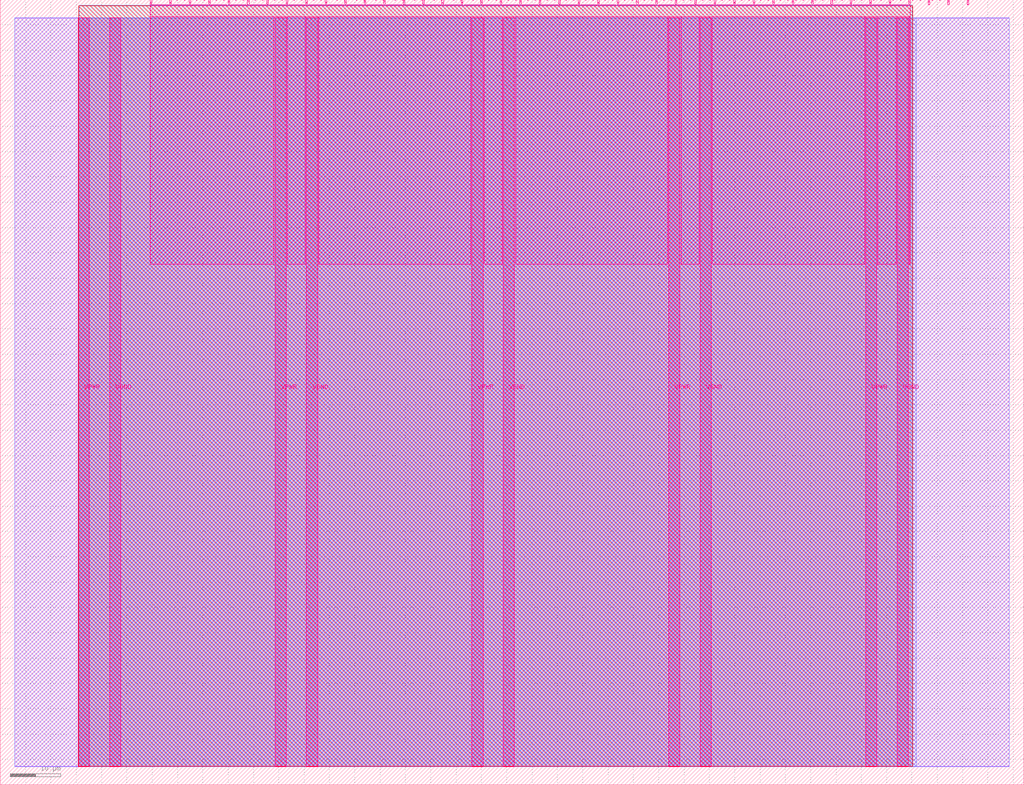
<source format=lef>
VERSION 5.7 ;
  NOWIREEXTENSIONATPIN ON ;
  DIVIDERCHAR "/" ;
  BUSBITCHARS "[]" ;
MACRO tt_um_B_14_array_multiplier
  CLASS BLOCK ;
  FOREIGN tt_um_B_14_array_multiplier ;
  ORIGIN 0.000 0.000 ;
  SIZE 202.080 BY 154.980 ;
  PIN VGND
    DIRECTION INOUT ;
    USE GROUND ;
    PORT
      LAYER Metal5 ;
        RECT 21.580 3.560 23.780 151.420 ;
    END
    PORT
      LAYER Metal5 ;
        RECT 60.450 3.560 62.650 151.420 ;
    END
    PORT
      LAYER Metal5 ;
        RECT 99.320 3.560 101.520 151.420 ;
    END
    PORT
      LAYER Metal5 ;
        RECT 138.190 3.560 140.390 151.420 ;
    END
    PORT
      LAYER Metal5 ;
        RECT 177.060 3.560 179.260 151.420 ;
    END
  END VGND
  PIN VPWR
    DIRECTION INOUT ;
    USE POWER ;
    PORT
      LAYER Metal5 ;
        RECT 15.380 3.560 17.580 151.420 ;
    END
    PORT
      LAYER Metal5 ;
        RECT 54.250 3.560 56.450 151.420 ;
    END
    PORT
      LAYER Metal5 ;
        RECT 93.120 3.560 95.320 151.420 ;
    END
    PORT
      LAYER Metal5 ;
        RECT 131.990 3.560 134.190 151.420 ;
    END
    PORT
      LAYER Metal5 ;
        RECT 170.860 3.560 173.060 151.420 ;
    END
  END VPWR
  PIN clk
    DIRECTION INPUT ;
    USE SIGNAL ;
    PORT
      LAYER Metal5 ;
        RECT 187.050 153.980 187.350 154.980 ;
    END
  END clk
  PIN ena
    DIRECTION INPUT ;
    USE SIGNAL ;
    PORT
      LAYER Metal5 ;
        RECT 190.890 153.980 191.190 154.980 ;
    END
  END ena
  PIN rst_n
    DIRECTION INPUT ;
    USE SIGNAL ;
    PORT
      LAYER Metal5 ;
        RECT 183.210 153.980 183.510 154.980 ;
    END
  END rst_n
  PIN ui_in[0]
    DIRECTION INPUT ;
    USE SIGNAL ;
    ANTENNAGATEAREA 0.213200 ;
    PORT
      LAYER Metal5 ;
        RECT 179.370 153.980 179.670 154.980 ;
    END
  END ui_in[0]
  PIN ui_in[1]
    DIRECTION INPUT ;
    USE SIGNAL ;
    ANTENNAGATEAREA 0.213200 ;
    PORT
      LAYER Metal5 ;
        RECT 175.530 153.980 175.830 154.980 ;
    END
  END ui_in[1]
  PIN ui_in[2]
    DIRECTION INPUT ;
    USE SIGNAL ;
    ANTENNAGATEAREA 0.213200 ;
    PORT
      LAYER Metal5 ;
        RECT 171.690 153.980 171.990 154.980 ;
    END
  END ui_in[2]
  PIN ui_in[3]
    DIRECTION INPUT ;
    USE SIGNAL ;
    ANTENNAGATEAREA 0.213200 ;
    PORT
      LAYER Metal5 ;
        RECT 167.850 153.980 168.150 154.980 ;
    END
  END ui_in[3]
  PIN ui_in[4]
    DIRECTION INPUT ;
    USE SIGNAL ;
    ANTENNAGATEAREA 0.213200 ;
    PORT
      LAYER Metal5 ;
        RECT 164.010 153.980 164.310 154.980 ;
    END
  END ui_in[4]
  PIN ui_in[5]
    DIRECTION INPUT ;
    USE SIGNAL ;
    ANTENNAGATEAREA 0.213200 ;
    PORT
      LAYER Metal5 ;
        RECT 160.170 153.980 160.470 154.980 ;
    END
  END ui_in[5]
  PIN ui_in[6]
    DIRECTION INPUT ;
    USE SIGNAL ;
    ANTENNAGATEAREA 0.213200 ;
    PORT
      LAYER Metal5 ;
        RECT 156.330 153.980 156.630 154.980 ;
    END
  END ui_in[6]
  PIN ui_in[7]
    DIRECTION INPUT ;
    USE SIGNAL ;
    ANTENNAGATEAREA 0.213200 ;
    PORT
      LAYER Metal5 ;
        RECT 152.490 153.980 152.790 154.980 ;
    END
  END ui_in[7]
  PIN uio_in[0]
    DIRECTION INPUT ;
    USE SIGNAL ;
    PORT
      LAYER Metal5 ;
        RECT 148.650 153.980 148.950 154.980 ;
    END
  END uio_in[0]
  PIN uio_in[1]
    DIRECTION INPUT ;
    USE SIGNAL ;
    PORT
      LAYER Metal5 ;
        RECT 144.810 153.980 145.110 154.980 ;
    END
  END uio_in[1]
  PIN uio_in[2]
    DIRECTION INPUT ;
    USE SIGNAL ;
    PORT
      LAYER Metal5 ;
        RECT 140.970 153.980 141.270 154.980 ;
    END
  END uio_in[2]
  PIN uio_in[3]
    DIRECTION INPUT ;
    USE SIGNAL ;
    PORT
      LAYER Metal5 ;
        RECT 137.130 153.980 137.430 154.980 ;
    END
  END uio_in[3]
  PIN uio_in[4]
    DIRECTION INPUT ;
    USE SIGNAL ;
    PORT
      LAYER Metal5 ;
        RECT 133.290 153.980 133.590 154.980 ;
    END
  END uio_in[4]
  PIN uio_in[5]
    DIRECTION INPUT ;
    USE SIGNAL ;
    PORT
      LAYER Metal5 ;
        RECT 129.450 153.980 129.750 154.980 ;
    END
  END uio_in[5]
  PIN uio_in[6]
    DIRECTION INPUT ;
    USE SIGNAL ;
    PORT
      LAYER Metal5 ;
        RECT 125.610 153.980 125.910 154.980 ;
    END
  END uio_in[6]
  PIN uio_in[7]
    DIRECTION INPUT ;
    USE SIGNAL ;
    PORT
      LAYER Metal5 ;
        RECT 121.770 153.980 122.070 154.980 ;
    END
  END uio_in[7]
  PIN uio_oe[0]
    DIRECTION OUTPUT ;
    USE SIGNAL ;
    ANTENNADIFFAREA 0.299200 ;
    PORT
      LAYER Metal5 ;
        RECT 56.490 153.980 56.790 154.980 ;
    END
  END uio_oe[0]
  PIN uio_oe[1]
    DIRECTION OUTPUT ;
    USE SIGNAL ;
    ANTENNADIFFAREA 0.299200 ;
    PORT
      LAYER Metal5 ;
        RECT 52.650 153.980 52.950 154.980 ;
    END
  END uio_oe[1]
  PIN uio_oe[2]
    DIRECTION OUTPUT ;
    USE SIGNAL ;
    ANTENNADIFFAREA 0.299200 ;
    PORT
      LAYER Metal5 ;
        RECT 48.810 153.980 49.110 154.980 ;
    END
  END uio_oe[2]
  PIN uio_oe[3]
    DIRECTION OUTPUT ;
    USE SIGNAL ;
    ANTENNADIFFAREA 0.299200 ;
    PORT
      LAYER Metal5 ;
        RECT 44.970 153.980 45.270 154.980 ;
    END
  END uio_oe[3]
  PIN uio_oe[4]
    DIRECTION OUTPUT ;
    USE SIGNAL ;
    ANTENNADIFFAREA 0.299200 ;
    PORT
      LAYER Metal5 ;
        RECT 41.130 153.980 41.430 154.980 ;
    END
  END uio_oe[4]
  PIN uio_oe[5]
    DIRECTION OUTPUT ;
    USE SIGNAL ;
    ANTENNADIFFAREA 0.299200 ;
    PORT
      LAYER Metal5 ;
        RECT 37.290 153.980 37.590 154.980 ;
    END
  END uio_oe[5]
  PIN uio_oe[6]
    DIRECTION OUTPUT ;
    USE SIGNAL ;
    ANTENNADIFFAREA 0.299200 ;
    PORT
      LAYER Metal5 ;
        RECT 33.450 153.980 33.750 154.980 ;
    END
  END uio_oe[6]
  PIN uio_oe[7]
    DIRECTION OUTPUT ;
    USE SIGNAL ;
    ANTENNADIFFAREA 0.299200 ;
    PORT
      LAYER Metal5 ;
        RECT 29.610 153.980 29.910 154.980 ;
    END
  END uio_oe[7]
  PIN uio_out[0]
    DIRECTION OUTPUT ;
    USE SIGNAL ;
    ANTENNADIFFAREA 0.299200 ;
    PORT
      LAYER Metal5 ;
        RECT 87.210 153.980 87.510 154.980 ;
    END
  END uio_out[0]
  PIN uio_out[1]
    DIRECTION OUTPUT ;
    USE SIGNAL ;
    ANTENNADIFFAREA 0.299200 ;
    PORT
      LAYER Metal5 ;
        RECT 83.370 153.980 83.670 154.980 ;
    END
  END uio_out[1]
  PIN uio_out[2]
    DIRECTION OUTPUT ;
    USE SIGNAL ;
    ANTENNADIFFAREA 0.299200 ;
    PORT
      LAYER Metal5 ;
        RECT 79.530 153.980 79.830 154.980 ;
    END
  END uio_out[2]
  PIN uio_out[3]
    DIRECTION OUTPUT ;
    USE SIGNAL ;
    ANTENNADIFFAREA 0.299200 ;
    PORT
      LAYER Metal5 ;
        RECT 75.690 153.980 75.990 154.980 ;
    END
  END uio_out[3]
  PIN uio_out[4]
    DIRECTION OUTPUT ;
    USE SIGNAL ;
    ANTENNADIFFAREA 0.299200 ;
    PORT
      LAYER Metal5 ;
        RECT 71.850 153.980 72.150 154.980 ;
    END
  END uio_out[4]
  PIN uio_out[5]
    DIRECTION OUTPUT ;
    USE SIGNAL ;
    ANTENNADIFFAREA 0.299200 ;
    PORT
      LAYER Metal5 ;
        RECT 68.010 153.980 68.310 154.980 ;
    END
  END uio_out[5]
  PIN uio_out[6]
    DIRECTION OUTPUT ;
    USE SIGNAL ;
    ANTENNADIFFAREA 0.299200 ;
    PORT
      LAYER Metal5 ;
        RECT 64.170 153.980 64.470 154.980 ;
    END
  END uio_out[6]
  PIN uio_out[7]
    DIRECTION OUTPUT ;
    USE SIGNAL ;
    ANTENNADIFFAREA 0.299200 ;
    PORT
      LAYER Metal5 ;
        RECT 60.330 153.980 60.630 154.980 ;
    END
  END uio_out[7]
  PIN uo_out[0]
    DIRECTION OUTPUT ;
    USE SIGNAL ;
    ANTENNADIFFAREA 0.632400 ;
    PORT
      LAYER Metal5 ;
        RECT 117.930 153.980 118.230 154.980 ;
    END
  END uo_out[0]
  PIN uo_out[1]
    DIRECTION OUTPUT ;
    USE SIGNAL ;
    ANTENNADIFFAREA 0.654800 ;
    PORT
      LAYER Metal5 ;
        RECT 114.090 153.980 114.390 154.980 ;
    END
  END uo_out[1]
  PIN uo_out[2]
    DIRECTION OUTPUT ;
    USE SIGNAL ;
    ANTENNADIFFAREA 0.654800 ;
    PORT
      LAYER Metal5 ;
        RECT 110.250 153.980 110.550 154.980 ;
    END
  END uo_out[2]
  PIN uo_out[3]
    DIRECTION OUTPUT ;
    USE SIGNAL ;
    ANTENNADIFFAREA 0.654800 ;
    PORT
      LAYER Metal5 ;
        RECT 106.410 153.980 106.710 154.980 ;
    END
  END uo_out[3]
  PIN uo_out[4]
    DIRECTION OUTPUT ;
    USE SIGNAL ;
    ANTENNADIFFAREA 0.654800 ;
    PORT
      LAYER Metal5 ;
        RECT 102.570 153.980 102.870 154.980 ;
    END
  END uo_out[4]
  PIN uo_out[5]
    DIRECTION OUTPUT ;
    USE SIGNAL ;
    ANTENNADIFFAREA 0.654800 ;
    PORT
      LAYER Metal5 ;
        RECT 98.730 153.980 99.030 154.980 ;
    END
  END uo_out[5]
  PIN uo_out[6]
    DIRECTION OUTPUT ;
    USE SIGNAL ;
    ANTENNADIFFAREA 0.654800 ;
    PORT
      LAYER Metal5 ;
        RECT 94.890 153.980 95.190 154.980 ;
    END
  END uo_out[6]
  PIN uo_out[7]
    DIRECTION OUTPUT ;
    USE SIGNAL ;
    ANTENNADIFFAREA 0.654800 ;
    PORT
      LAYER Metal5 ;
        RECT 91.050 153.980 91.350 154.980 ;
    END
  END uo_out[7]
  OBS
      LAYER GatPoly ;
        RECT 2.880 3.630 199.200 151.350 ;
      LAYER Metal1 ;
        RECT 2.880 3.560 199.200 151.420 ;
      LAYER Metal2 ;
        RECT 15.515 3.680 180.865 151.300 ;
      LAYER Metal3 ;
        RECT 15.560 3.635 180.100 153.865 ;
      LAYER Metal4 ;
        RECT 15.515 3.680 180.145 153.820 ;
      LAYER Metal5 ;
        RECT 30.120 153.770 33.240 153.980 ;
        RECT 33.960 153.770 37.080 153.980 ;
        RECT 37.800 153.770 40.920 153.980 ;
        RECT 41.640 153.770 44.760 153.980 ;
        RECT 45.480 153.770 48.600 153.980 ;
        RECT 49.320 153.770 52.440 153.980 ;
        RECT 53.160 153.770 56.280 153.980 ;
        RECT 57.000 153.770 60.120 153.980 ;
        RECT 60.840 153.770 63.960 153.980 ;
        RECT 64.680 153.770 67.800 153.980 ;
        RECT 68.520 153.770 71.640 153.980 ;
        RECT 72.360 153.770 75.480 153.980 ;
        RECT 76.200 153.770 79.320 153.980 ;
        RECT 80.040 153.770 83.160 153.980 ;
        RECT 83.880 153.770 87.000 153.980 ;
        RECT 87.720 153.770 90.840 153.980 ;
        RECT 91.560 153.770 94.680 153.980 ;
        RECT 95.400 153.770 98.520 153.980 ;
        RECT 99.240 153.770 102.360 153.980 ;
        RECT 103.080 153.770 106.200 153.980 ;
        RECT 106.920 153.770 110.040 153.980 ;
        RECT 110.760 153.770 113.880 153.980 ;
        RECT 114.600 153.770 117.720 153.980 ;
        RECT 118.440 153.770 121.560 153.980 ;
        RECT 122.280 153.770 125.400 153.980 ;
        RECT 126.120 153.770 129.240 153.980 ;
        RECT 129.960 153.770 133.080 153.980 ;
        RECT 133.800 153.770 136.920 153.980 ;
        RECT 137.640 153.770 140.760 153.980 ;
        RECT 141.480 153.770 144.600 153.980 ;
        RECT 145.320 153.770 148.440 153.980 ;
        RECT 149.160 153.770 152.280 153.980 ;
        RECT 153.000 153.770 156.120 153.980 ;
        RECT 156.840 153.770 159.960 153.980 ;
        RECT 160.680 153.770 163.800 153.980 ;
        RECT 164.520 153.770 167.640 153.980 ;
        RECT 168.360 153.770 171.480 153.980 ;
        RECT 172.200 153.770 175.320 153.980 ;
        RECT 176.040 153.770 179.160 153.980 ;
        RECT 29.660 151.630 179.620 153.770 ;
        RECT 29.660 102.755 54.040 151.630 ;
        RECT 56.660 102.755 60.240 151.630 ;
        RECT 62.860 102.755 92.910 151.630 ;
        RECT 95.530 102.755 99.110 151.630 ;
        RECT 101.730 102.755 131.780 151.630 ;
        RECT 134.400 102.755 137.980 151.630 ;
        RECT 140.600 102.755 170.650 151.630 ;
        RECT 173.270 102.755 176.850 151.630 ;
        RECT 179.470 102.755 179.620 151.630 ;
  END
END tt_um_B_14_array_multiplier
END LIBRARY


</source>
